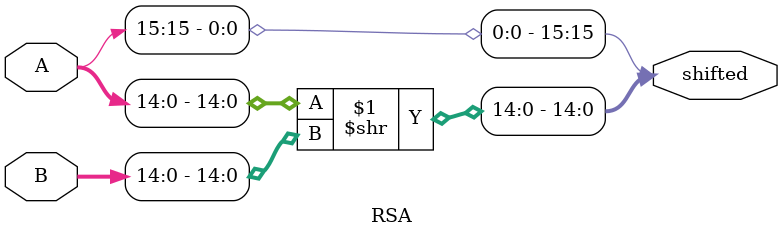
<source format=v>
`timescale 1ns / 1ps
module ALU(A, B, op_dec, data_in, ans_ex, data_out, DM_data ,clk, reset, flag_ex);

input [15:0] A,B,data_in;
input [5:0] op_dec;
input clk,reset;

output reg[15:0] ans_ex,DM_data,data_out;
output [1:0] flag_ex;

wire [15:0] ans_tmp,data_out_buff;
wire[15:0] temp,add,ans;
wire ans_zero,overflow;
reg[1:0] flag_prv;

assign temp =(op_dec[0] == 1'b1 ? (~B + 16'b0000000000000001) : B);
assign {c1, add[14:0]} = A[14:0] + temp[14:0];
assign {c2, add[15]} = c1 + A[15] + temp[15];
assign overflow = c1 ^ c2;
RSA shift (A,B,ans);

assign ans_tmp=(op_dec==6'b000000 ? add :
	
	(op_dec==6'b000001 ? add:
	(op_dec==6'b000010 ? B:
	(op_dec==6'b000100 ? A&B:
	(op_dec==6'b000101 ? A|B:
	(op_dec==6'b000110 ? A^B:
	(op_dec==6'b000111 ? ~B:
	(op_dec==6'b001000 ? add:
	(op_dec==6'b001001 ? add:
	(op_dec==6'b001010 ? B:
	(op_dec==6'b001100 ? A&B:
	(op_dec==6'b001101 ? A|B:
	(op_dec==6'b001110 ? A^B:
	(op_dec==6'b001111 ? ~B:
	(op_dec==6'b010000 ? ans_ex:
	(op_dec==6'b010001 ? ans_ex:
	(op_dec==6'b010100 ? A:
	(op_dec==6'b010101 ? A:
	(op_dec==6'b010110 ? data_in:
	(op_dec==6'b010111 ? ans_ex:
	(op_dec==6'b011000 ? ans_ex:
	(op_dec==6'b011001 ? A<<B:
	(op_dec==6'b011010 ? A>>B:
	(op_dec==6'b011011 ? ans:
	(op_dec==6'b011100 ? ans_ex:
	(op_dec==6'b011101 ? ans_ex:
	(op_dec==6'b011110 ? ans_ex:
	(op_dec==6'b011111 ? ans_ex:  16'b0000000000000000))))))))))))))))))))))))))));


assign flag_ex[0]=(reset == 1'b0 ? 1'b0 :(op_dec == 6'b000000 || op_dec == 6'b000001 || op_dec == 6'b001000 || op_dec == 6'b001001 ? overflow : 1'b0));

assign flag_ex[1] = (reset == 1'b0 ? 1'b0 : (ans_tmp == 16'b0000000000000000)? 1'b1 : 1'b0);
assign data_out_buff = (op_dec == 6'b010111 ?A : data_out);

always@(posedge clk,negedge reset)
begin 
if(reset==1'b0)
	begin 
		ans_ex = 16'b0;
		data_out = 16'b0;
		DM_data = 16'b0;
	end

else
	begin
		ans_ex = ans_tmp;
		data_out = data_out_buff;
		DM_data = B;
		flag_prv = flag_ex;
	end
end
endmodule

module RSA(A,B,shifted);
input [15:0] A,B;
output [15:0] shifted;
assign shifted[15] =A[15];
assign shifted[14:0]=A[14:0]>>B[14:0];
endmodule




  




</source>
